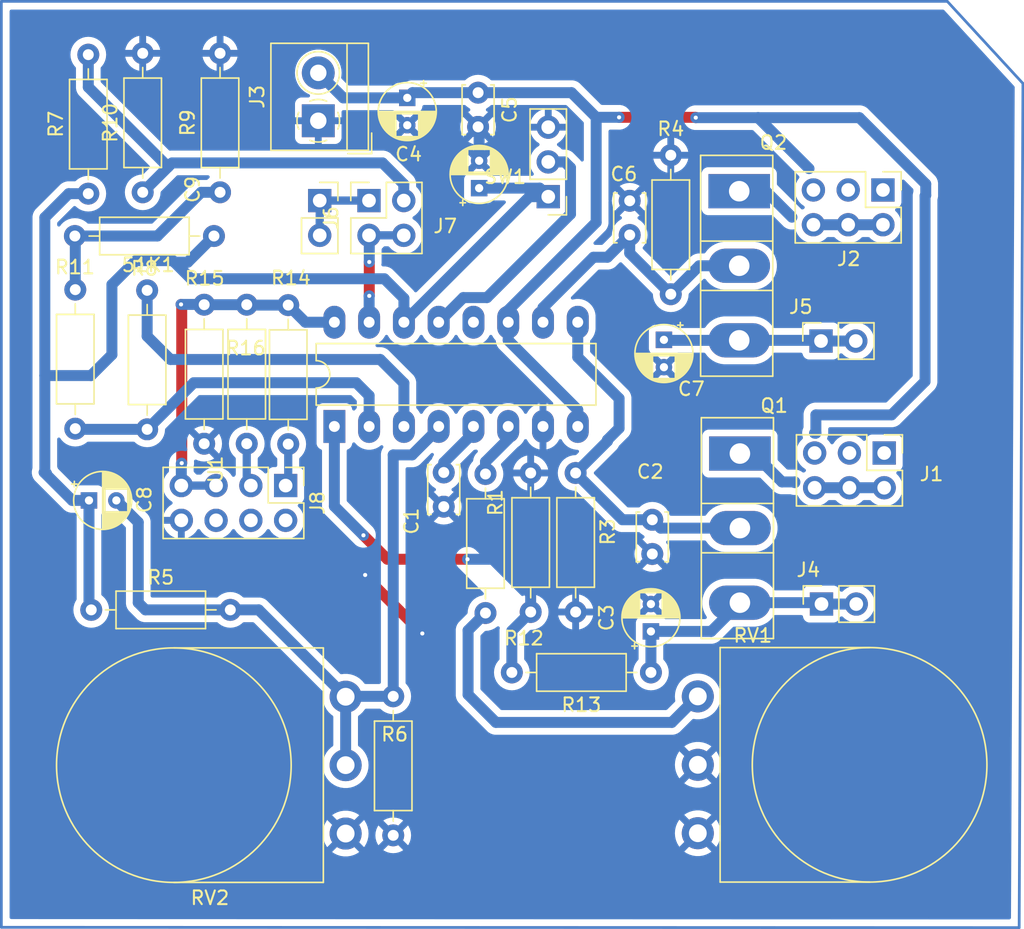
<source format=kicad_pcb>
(kicad_pcb (version 20240108) (generator "pcbnew") (generator_version "8.0")
  (layers (0 "F.Cu" signal) (31 "B.Cu" signal) (34 "B.Paste" user) (35 "F.Paste" user) (36 "B.SilkS" user "B.Silkscreen") (37 "F.SilkS" user "F.Silkscreen") (38 "B.Mask" user) (39 "F.Mask" user) (44 "Edge.Cuts" user))
  (net 0 "")
  (net 1 "1IN-")
  (net 2 "FB")
  (net 3 "CT")
  (net 4 "GNDREF")
  (net 5 "E1")
  (net 6 "OUTV1")
  (net 7 "VCC")
  (net 8 "E2")
  (net 9 "Net-(J5-Pin_1)")
  (net 10 "VREF")
  (net 11 "DTC")
  (net 12 "Net-(J6-Pin_1)")
  (net 13 "Net-(J6-Pin_3)")
  (net 14 "2IN-")
  (net 15 "Net-(J1-Pin_a1)")
  (net 16 "Net-(J2-Pin_a1)")
  (net 17 "Net-(R1-Pad2)")
  (net 18 "RT")
  (net 19 "Net-(R11-Pad2)")
  (net 20 "1IN+")
  (net 21 "Net-(J8-Pin_1)")
  (net 22 "2IN+")
  (net 23 "Net-(J8-Pin_3)")
  (net 24 "10VIN")
  (net 25 "xVIN")
  (net 26 "5VIN")
  (net 27 "CTRL")
  (footprint "Resistor_THT:R_Axial_DIN0207_L6.3mm_D2.5mm_P10.16mm_Horizontal" (layer "F.Cu") (at 136.63 51.825 180)
    (property "Reference" "R8" (at 5.08 -2.37 0) (layer "F.SilkS"))
    (property "Value" "5.1k")
    (pad "1" thru_hole circle (at 0 0 180) (size 1.6 1.6) (drill 0.8) (layers "*.Cu" "*.Mask") (net 10 "VREF"))
    (pad "2" thru_hole oval (at 10.16 0 180) (size 1.6 1.6) (drill 0.8) (layers "*.Cu" "*.Mask") (net 19 "Net-(R11-Pad2)"))
  )
  (footprint "Potentiometer_THT:Potentiometer_Omeg_PC16BU_Vertical" (layer "F.Cu") (at 146.25 85.5 180)
    (property "Reference" "RV2" (at 9.915 -14.7 0) (layer "F.SilkS"))
    (property "Value" "100k")
    (pad "1" thru_hole circle (at 0 0 180) (size 2.34 2.34) (drill 1.3) (layers "*.Cu" "*.Mask") (net 11 "DTC"))
    (pad "2" thru_hole circle (at 0 -5 180) (size 2.34 2.34) (drill 1.3) (layers "*.Cu" "*.Mask") (net 11 "DTC"))
    (pad "3" thru_hole circle (at 0 -10 180) (size 2.34 2.34) (drill 1.3) (layers "*.Cu" "*.Mask") (net 4 "GNDREF"))
  )
  (footprint "Resistor_THT:R_Axial_DIN0207_L6.3mm_D2.5mm_P10.16mm_Horizontal" (layer "F.Cu") (at 131.425 48.63 90)
    (property "Reference" "R10" (at 5.08 -2.37 90) (layer "F.SilkS"))
    (property "Value" "1k")
    (pad "1" thru_hole circle (at 0 0 90) (size 1.6 1.6) (drill 0.8) (layers "*.Cu" "*.Mask") (net 13 "Net-(J6-Pin_3)"))
    (pad "2" thru_hole oval (at 10.16 0 90) (size 1.6 1.6) (drill 0.8) (layers "*.Cu" "*.Mask") (net 4 "GNDREF"))
  )
  (footprint "Resistor_THT:R_Axial_DIN0207_L6.3mm_D2.5mm_P10.16mm_Horizontal" (layer "F.Cu") (at 127.45 48.73 90)
    (property "Reference" "R7" (at 5.08 -2.37 90) (layer "F.SilkS"))
    (property "Value" "4k")
    (pad "1" thru_hole circle (at 0 0 90) (size 1.6 1.6) (drill 0.8) (layers "*.Cu" "*.Mask") (net 10 "VREF"))
    (pad "2" thru_hole oval (at 10.16 0 90) (size 1.6 1.6) (drill 0.8) (layers "*.Cu" "*.Mask") (net 13 "Net-(J6-Pin_3)"))
  )
  (footprint "Resistor_THT:R_Axial_DIN0207_L6.3mm_D2.5mm_P10.16mm_Horizontal" (layer "F.Cu") (at 163.05 69.145 -90)
    (property "Reference" "R3" (at 4.305 -2.35 -90) (layer "F.SilkS"))
    (property "Value" "68")
    (pad "1" thru_hole circle (at 0 0 270) (size 1.6 1.6) (drill 0.8) (layers "*.Cu" "*.Mask") (net 5 "E1"))
    (pad "2" thru_hole oval (at 10.16 0 270) (size 1.6 1.6) (drill 0.8) (layers "*.Cu" "*.Mask") (net 4 "GNDREF"))
  )
  (footprint "Resistor_THT:R_Axial_DIN0207_L6.3mm_D2.5mm_P10.16mm_Horizontal" (layer "F.Cu") (at 131.75 65.955 90)
    (property "Reference" "51K1" (at 12.015 0.075 180) (layer "F.SilkS"))
    (property "Value" "510")
    (pad "1" thru_hole circle (at 0 0 90) (size 1.6 1.6) (drill 0.8) (layers "*.Cu" "*.Mask") (net 1 "1IN-"))
    (pad "2" thru_hole oval (at 10.16 0 90) (size 1.6 1.6) (drill 0.8) (layers "*.Cu" "*.Mask") (net 2 "FB"))
  )
  (footprint "Resistor_THT:R_Axial_DIN0207_L6.3mm_D2.5mm_P10.16mm_Horizontal" (layer "F.Cu") (at 142.055 56.875 -90)
    (property "Reference" "R14" (at -1.975 -0.195 180) (layer "F.SilkS"))
    (property "Value" "10k")
    (pad "1" thru_hole circle (at 0 0 270) (size 1.6 1.6) (drill 0.8) (layers "*.Cu" "*.Mask") (net 22 "2IN+"))
    (pad "2" thru_hole oval (at 10.16 0 270) (size 1.6 1.6) (drill 0.8) (layers "*.Cu" "*.Mask") (net 21 "Net-(J8-Pin_1)"))
  )
  (footprint "Capacitor_THT:CP_Radial_D4.0mm_P2.00mm" (layer "F.Cu") (at 127.5 71.15)
    (property "Reference" "C8" (at 4.0476 -0.05 90) (layer "F.SilkS"))
    (property "Value" "100uF")
    (pad "1" thru_hole rect (at 0 0) (size 1.2 1.2) (drill 0.6) (layers "*.Cu" "*.Mask") (net 10 "VREF"))
    (pad "2" thru_hole circle (at 2 0) (size 1.2 1.2) (drill 0.6) (layers "*.Cu" "*.Mask") (net 11 "DTC"))
  )
  (footprint "Capacitor_THT:C_Disc_D3.4mm_W2.1mm_P2.50mm" (layer "F.Cu") (at 168.65 75.065 90)
    (property "Reference" "C2" (at 6.015 -0.15 180) (layer "F.SilkS"))
    (property "Value" "15pF")
    (pad "1" thru_hole circle (at 0 0 90) (size 1.6 1.6) (drill 0.8) (layers "*.Cu" "*.Mask") (net 4 "GNDREF"))
    (pad "2" thru_hole circle (at 2.5 0 90) (size 1.6 1.6) (drill 0.8) (layers "*.Cu" "*.Mask") (net 5 "E1"))
  )
  (footprint "Resistor_THT:R_Axial_DIN0207_L6.3mm_D2.5mm_P10.16mm_Horizontal" (layer "F.Cu") (at 149.725 95.63 90)
    (property "Reference" "R6" (at 7.38 0.1 180) (layer "F.SilkS"))
    (property "Value" "1k")
    (pad "1" thru_hole circle (at 0 0 90) (size 1.6 1.6) (drill 0.8) (layers "*.Cu" "*.Mask") (net 4 "GNDREF"))
    (pad "2" thru_hole oval (at 10.16 0 90) (size 1.6 1.6) (drill 0.8) (layers "*.Cu" "*.Mask") (net 11 "DTC"))
  )
  (footprint "Capacitor_THT:CP_Radial_D4.0mm_P2.00mm" (layer "F.Cu") (at 150.75 41.727401 -90)
    (property "Reference" "C4" (at 4.122599 -0.1 180) (layer "F.SilkS"))
    (property "Value" "100uF")
    (pad "1" thru_hole rect (at 0 0 270) (size 1.2 1.2) (drill 0.6) (layers "*.Cu" "*.Mask") (net 7 "VCC"))
    (pad "2" thru_hole circle (at 2 0 270) (size 1.2 1.2) (drill 0.6) (layers "*.Cu" "*.Mask") (net 4 "GNDREF"))
  )
  (footprint "Capacitor_THT:CP_Radial_D4.0mm_P2.00mm" (layer "F.Cu") (at 168.55 80.725 90)
    (property "Reference" "C3" (at 1 -3.25 90) (layer "F.SilkS"))
    (property "Value" "10uF")
    (pad "1" thru_hole rect (at 0 0 90) (size 1.2 1.2) (drill 0.6) (layers "*.Cu" "*.Mask") (net 6 "OUTV1"))
    (pad "2" thru_hole circle (at 2 0 90) (size 1.2 1.2) (drill 0.6) (layers "*.Cu" "*.Mask") (net 4 "GNDREF"))
  )
  (footprint "Capacitor_THT:C_Disc_D3.4mm_W2.1mm_P2.50mm" (layer "F.Cu") (at 155.925 41.347599 -90)
    (property "Reference" "C5" (at 1.25 -2.3 90) (layer "F.SilkS"))
    (property "Value" "10nF")
    (pad "1" thru_hole circle (at 0 0 270) (size 1.6 1.6) (drill 0.8) (layers "*.Cu" "*.Mask") (net 7 "VCC"))
    (pad "2" thru_hole circle (at 2.5 0 270) (size 1.6 1.6) (drill 0.8) (layers "*.Cu" "*.Mask") (net 4 "GNDREF"))
  )
  (footprint "Resistor_THT:R_Axial_DIN0207_L6.3mm_D2.5mm_P10.16mm_Horizontal" (layer "F.Cu") (at 170 56.08 90)
    (property "Reference" "R4" (at 12.08 0 180) (layer "F.SilkS"))
    (property "Value" "68")
    (pad "1" thru_hole circle (at 0 0 90) (size 1.6 1.6) (drill 0.8) (layers "*.Cu" "*.Mask") (net 8 "E2"))
    (pad "2" thru_hole oval (at 10.16 0 90) (size 1.6 1.6) (drill 0.8) (layers "*.Cu" "*.Mask") (net 4 "GNDREF"))
  )
  (footprint "Connector_PinSocket_2.54mm:PinSocket_1x02_P2.54mm_Vertical" (layer "F.Cu") (at 144.355 49.235)
    (property "Reference" "J7" (at 9.17 1.865 0) (layer "F.SilkS"))
    (property "Value" "Vout1")
    (pad "1" thru_hole rect (at 0 0) (size 1.7 1.7) (drill 1) (layers "*.Cu" "*.Mask") (net 12 "Net-(J6-Pin_1)"))
    (pad "2" thru_hole oval (at 0 2.54) (size 1.7 1.7) (drill 1) (layers "*.Cu" "*.Mask") (net 12 "Net-(J6-Pin_1)"))
  )
  (footprint "Connector_PinHeader_2.54mm:PinHeader_2x03_P2.54mm_Vertical" (layer "F.Cu") (at 185.59 67.685 -90)
    (property "Reference" "J1" (at 1.54 -3.46 180) (layer "F.SilkS"))
    (property "Value" "Jumper E1")
    (pad "1" thru_hole rect (at 0 0 270) (size 1.7 1.7) (drill 1) (layers "*.Cu" "*.Mask"))
    (pad "2" thru_hole oval (at 2.54 0 270) (size 1.7 1.7) (drill 1) (layers "*.Cu" "*.Mask"))
    (pad "3" thru_hole oval (at 0 2.54 270) (size 1.7 1.7) (drill 1) (layers "*.Cu" "*.Mask"))
    (pad "4" thru_hole oval (at 2.54 2.54 270) (size 1.7 1.7) (drill 1) (layers "*.Cu" "*.Mask"))
    (pad "5" thru_hole oval (at 0 5.08 270) (size 1.7 1.7) (drill 1) (layers "*.Cu" "*.Mask"))
    (pad "6" thru_hole oval (at 2.54 5.08 270) (size 1.7 1.7) (drill 1) (layers "*.Cu" "*.Mask"))
  )
  (footprint "Resistor_THT:R_Axial_DIN0207_L6.3mm_D2.5mm_P10.16mm_Horizontal" (layer "F.Cu") (at 126.5 65.905 90)
    (property "Reference" "R11" (at 11.805 -0.025 180) (layer "F.SilkS"))
    (property "Value" "510")
    (pad "1" thru_hole circle (at 0 0 90) (size 1.6 1.6) (drill 0.8) (layers "*.Cu" "*.Mask") (net 1 "1IN-"))
    (pad "2" thru_hole oval (at 10.16 0 90) (size 1.6 1.6) (drill 0.8) (layers "*.Cu" "*.Mask") (net 19 "Net-(R11-Pad2)"))
  )
  (footprint "Resistor_THT:R_Axial_DIN0207_L6.3mm_D2.5mm_P10.16mm_Horizontal" (layer "F.Cu") (at 127.665 79.15)
    (property "Reference" "R5" (at 5.08 -2.37 0) (layer "F.SilkS"))
    (property "Value" "100k")
    (pad "1" thru_hole circle (at 0 0) (size 1.6 1.6) (drill 0.8) (layers "*.Cu" "*.Mask") (net 10 "VREF"))
    (pad "2" thru_hole oval (at 10.16 0) (size 1.6 1.6) (drill 0.8) (layers "*.Cu" "*.Mask") (net 11 "DTC"))
  )
  (footprint "Capacitor_THT:C_Disc_D3.4mm_W2.1mm_P2.50mm" (layer "F.Cu") (at 153.416 69.108 -90)
    (property "Reference" "C1" (at 3.56 2.36 90) (layer "F.SilkS"))
    (property "Value" "1uF")
    (pad "1" thru_hole circle (at 0 0 270) (size 1.6 1.6) (drill 0.8) (layers "*.Cu" "*.Mask") (net 3 "CT"))
    (pad "2" thru_hole circle (at 2.5 0 270) (size 1.6 1.6) (drill 0.8) (layers "*.Cu" "*.Mask") (net 4 "GNDREF"))
  )
  (footprint "Connector_PinSocket_2.54mm:PinSocket_1x02_P2.54mm_Vertical" (layer "F.Cu") (at 181.01 78.725 90)
    (property "Reference" "J4" (at 2.5 -0.96 180) (layer "F.SilkS"))
    (property "Value" "Vout1")
    (pad "1" thru_hole rect (at 0 0 90) (size 1.7 1.7) (drill 1) (layers "*.Cu" "*.Mask") (net 6 "OUTV1"))
    (pad "2" thru_hole oval (at 0 2.54 90) (size 1.7 1.7) (drill 1) (layers "*.Cu" "*.Mask") (net 6 "OUTV1"))
  )
  (footprint "Capacitor_THT:CP_Radial_D4.0mm_P2.00mm" (layer "F.Cu") (at 156 48.325 90)
    (property "Reference" "C9" (at -0.1 -20.93 90) (layer "F.SilkS"))
    (property "Value" "100uF")
    (pad "1" thru_hole rect (at 0 0 90) (size 1.2 1.2) (drill 0.6) (layers "*.Cu" "*.Mask") (net 10 "VREF"))
    (pad "2" thru_hole circle (at 2 0 90) (size 1.2 1.2) (drill 0.6) (layers "*.Cu" "*.Mask") (net 4 "GNDREF"))
  )
  (footprint "Capacitor_THT:CP_Radial_D4.0mm_P2.00mm" (layer "F.Cu") (at 169.5 59.4126 -90)
    (property "Reference" "C7" (at 3.5874 -2 0) (layer "F.SilkS"))
    (property "Value" "10uF")
    (pad "1" thru_hole rect (at 0 0 270) (size 1.2 1.2) (drill 0.6) (layers "*.Cu" "*.Mask") (net 9 "Net-(J5-Pin_1)"))
    (pad "2" thru_hole circle (at 2 0 270) (size 1.2 1.2) (drill 0.6) (layers "*.Cu" "*.Mask") (net 4 "GNDREF"))
  )
  (footprint "Connector_PinSocket_2.54mm:PinSocket_2x02_P2.54mm_Vertical" (layer "F.Cu") (at 147.955 49.235 90)
    (property "Reference" "J6" (at -1.27 -2.77 90) (layer "F.SilkS"))
    (property "Value" "Conn_02x02_Odd_Even" (hide yes))
    (pad "1" thru_hole rect (at 0 0 90) (size 1.7 1.7) (drill 1) (layers "*.Cu" "*.Mask") (net 12 "Net-(J6-Pin_1)"))
    (pad "2" thru_hole oval (at -2.54 0 90) (size 1.7 1.7) (drill 1) (layers "*.Cu" "*.Mask") (net 14 "2IN-"))
    (pad "3" thru_hole oval (at 0 2.54 90) (size 1.7 1.7) (drill 1) (layers "*.Cu" "*.Mask") (net 13 "Net-(J6-Pin_3)"))
    (pad "4" thru_hole oval (at -2.54 2.54 90) (size 1.7 1.7) (drill 1) (layers "*.Cu" "*.Mask") (net 14 "2IN-"))
  )
  (footprint "TerminalBlock_4Ucon:TerminalBlock_4Ucon_1x02_P3.50mm_Horizontal" (layer "F.Cu") (at 144.25 43.4 90)
    (property "Reference" "J3" (at 1.75 -4.46 90) (layer "F.SilkS"))
    (property "Value" "+-")
    (pad "1" thru_hole rect (at 0 0 90) (size 2.4 2.4) (drill 1.2) (layers "*.Cu" "*.Mask") (net 4 "GNDREF"))
    (pad "2" thru_hole circle (at 3.5 0 90) (size 2.4 2.4) (drill 1.2) (layers "*.Cu" "*.Mask") (net 7 "VCC"))
  )
  (footprint "Potentiometer_THT:Potentiometer_Omeg_PC16BU_Vertical" (layer "F.Cu") (at 171.975 95.475)
    (property "Reference" "RV1" (at 4.015 -14.45 0) (layer "F.SilkS"))
    (property "Value" "20k")
    (pad "1" thru_hole circle (at 0 0) (size 2.34 2.34) (drill 1.3) (layers "*.Cu" "*.Mask") (net 4 "GNDREF"))
    (pad "2" thru_hole circle (at 0 -5) (size 2.34 2.34) (drill 1.3) (layers "*.Cu" "*.Mask") (net 4 "GNDREF"))
    (pad "3" thru_hole circle (at 0 -10) (size 2.34 2.34) (drill 1.3) (layers "*.Cu" "*.Mask") (net 17 "Net-(R1-Pad2)"))
  )
  (footprint "Connector_PinHeader_2.54mm:PinHeader_1x03_P2.54mm_Vertical" (layer "F.Cu") (at 161.05 48.95 180)
    (property "Reference" "SW1" (at 3.15 1.45 0) (layer "F.SilkS"))
    (property "Value" "CTRL")
    (pad "1" thru_hole rect (at 0 0 180) (size 1.7 1.7) (drill 1) (layers "*.Cu" "*.Mask") (net 10 "VREF"))
    (pad "2" thru_hole oval (at 0 2.54 180) (size 1.7 1.7) (drill 1) (layers "*.Cu" "*.Mask") (net 27 "CTRL"))
    (pad "3" thru_hole oval (at 0 5.08 180) (size 1.7 1.7) (drill 1) (layers "*.Cu" "*.Mask") (net 4 "GNDREF"))
  )
  (footprint "Resistor_THT:R_Axial_DIN0207_L6.3mm_D2.5mm_P10.16mm_Horizontal" (layer "F.Cu") (at 139.025 67.005 90)
    (property "Reference" "R16" (at 6.98 -0.075 180) (layer "F.SilkS"))
    (property "Value" "30k")
    (pad "1" thru_hole circle (at 0 0 90) (size 1.6 1.6) (drill 0.8) (layers "*.Cu" "*.Mask") (net 23 "Net-(J8-Pin_3)"))
    (pad "2" thru_hole oval (at 10.16 0 90) (size 1.6 1.6) (drill 0.8) (layers "*.Cu" "*.Mask") (net 22 "2IN+"))
  )
  (footprint "Resistor_THT:R_Axial_DIN0207_L6.3mm_D2.5mm_P10.16mm_Horizontal" (layer "F.Cu") (at 168.55 83.725 180)
    (property "Reference" "R13" (at 5.08 -2.37 0) (layer "F.SilkS"))
    (property "Value" "50k")
    (pad "1" thru_hole circle (at 0 0 180) (size 1.6 1.6) (drill 0.8) (layers "*.Cu" "*.Mask") (net 6 "OUTV1"))
    (pad "2" thru_hole oval (at 10.16 0 180) (size 1.6 1.6) (drill 0.8) (layers "*.Cu" "*.Mask") (net 20 "1IN+"))
  )
  (footprint "Resistor_THT:R_Axial_DIN0207_L6.3mm_D2.5mm_P10.16mm_Horizontal" (layer "F.Cu") (at 156.464 69.22 -90)
    (property "Reference" "R1" (at 2.09 -0.73 90) (layer "F.SilkS"))
    (property "Value" "2k")
    (pad "1" thru_hole circle (at 0 0 270) (size 1.6 1.6) (drill 0.8) (layers "*.Cu" "*.Mask") (net 18 "RT"))
    (pad "2" thru_hole oval (at 10.16 0 270) (size 1.6 1.6) (drill 0.8) (layers "*.Cu" "*.Mask") (net 17 "Net-(R1-Pad2)"))
  )
  (footprint "Package_TO_SOT_THT:TO-247-3_Vertical" (layer "F.Cu") (at 175.05 67.725 -90)
    (property "Reference" "Q1" (at -3.5 -2.5 180) (layer "F.SilkS"))
    (property "Value" "NMOS")
    (pad "1" thru_hole rect (at 0 0 270) (size 2.5 4.5) (drill 1.5) (layers "*.Cu" "*.Mask") (net 15 "Net-(J1-Pin_a1)"))
    (pad "2" thru_hole oval (at 5.45 0 270) (size 2.5 4.5) (drill 1.5) (layers "*.Cu" "*.Mask") (net 5 "E1"))
    (pad "3" thru_hole oval (at 10.9 0 270) (size 2.5 4.5) (drill 1.5) (layers "*.Cu" "*.Mask") (net 6 "OUTV1"))
  )
  (footprint "Connector_PinHeader_2.54mm:PinHeader_2x04_P2.54mm_Vertical" (layer "F.Cu") (at 141.865 70.065 -90)
    (property "Reference" "J8" (at 1.27 -2.33 90) (layer "F.SilkS"))
    (property "Value" "Conn_02x04_Odd_Even" (hide yes))
    (pad "1" thru_hole rect (at 0 0 270) (size 1.7 1.7) (drill 1) (layers "*.Cu" "*.Mask") (net 21 "Net-(J8-Pin_1)"))
    (pad "2" thru_hole oval (at 2.54 0 270) (size 1.7 1.7) (drill 1) (layers "*.Cu" "*.Mask") (net 26 "5VIN"))
    (pad "3" thru_hole oval (at 0 2.54 270) (size 1.7 1.7) (drill 1) (layers "*.Cu" "*.Mask") (net 23 "Net-(J8-Pin_3)"))
    (pad "4" thru_hole oval (at 2.54 2.54 270) (size 1.7 1.7) (drill 1) (layers "*.Cu" "*.Mask") (net 24 "10VIN"))
    (pad "5" thru_hole oval (at 0 5.08 270) (size 1.7 1.7) (drill 1) (layers "*.Cu" "*.Mask") (net 22 "2IN+"))
    (pad "6" thru_hole oval (at 2.54 5.08 270) (size 1.7 1.7) (drill 1) (layers "*.Cu" "*.Mask") (net 25 "xVIN"))
    (pad "7" thru_hole oval (at 0 7.62 270) (size 1.7 1.7) (drill 1) (layers "*.Cu" "*.Mask") (net 22 "2IN+"))
    (pad "8" thru_hole oval (at 2.54 7.62 270) (size 1.7 1.7) (drill 1) (layers "*.Cu" "*.Mask") (net 4 "GNDREF"))
  )
  (footprint "Package_TO_SOT_THT:TO-247-3_Vertical" (layer "F.Cu") (at 175 48.55 -90)
    (property "Reference" "Q2" (at -3.55 -2.5 180) (layer "F.SilkS"))
    (property "Value" "NMOS")
    (pad "1" thru_hole rect (at 0 0 270) (size 2.5 4.5) (drill 1.5) (layers "*.Cu" "*.Mask") (net 16 "Net-(J2-Pin_a1)"))
    (pad "2" thru_hole oval (at 5.45 0 270) (size 2.5 4.5) (drill 1.5) (layers "*.Cu" "*.Mask") (net 8 "E2"))
    (pad "3" thru_hole oval (at 10.9 0 270) (size 2.5 4.5) (drill 1.5) (layers "*.Cu" "*.Mask") (net 9 "Net-(J5-Pin_1)"))
  )
  (footprint "Package_DIP:DIP-16_W7.62mm_LongPads" (layer "F.Cu") (at 145.425 65.745 90)
    (property "Reference" "U1" (at -3.14 -8.68 90) (layer "F.SilkS"))
    (property "Value" "TL494")
    (pad "1" thru_hole rect (at 0 0 90) (size 2.4 1.6) (drill 0.8) (layers "*.Cu" "*.Mask") (net 20 "1IN+"))
    (pad "2" thru_hole oval (at 0 2.54 90) (size 2.4 1.6) (drill 0.8) (layers "*.Cu" "*.Mask") (net 1 "1IN-"))
    (pad "3" thru_hole oval (at 0 5.08 90) (size 2.4 1.6) (drill 0.8) (layers "*.Cu" "*.Mask") (net 2 "FB"))
    (pad "4" thru_hole oval (at 0 7.62 90) (size 2.4 1.6) (drill 0.8) (layers "*.Cu" "*.Mask") (net 11 "DTC"))
    (pad "5" thru_hole oval (at 0 10.16 90) (size 2.4 1.6) (drill 0.8) (layers "*.Cu" "*.Mask") (net 3 "CT"))
    (pad "6" thru_hole oval (at 0 12.7 90) (size 2.4 1.6) (drill 0.8) (layers "*.Cu" "*.Mask") (net 18 "RT"))
    (pad "7" thru_hole oval (at 0 15.24 90) (size 2.4 1.6) (drill 0.8) (layers "*.Cu" "*.Mask") (net 4 "GNDREF"))
    (pad "8" thru_hole oval (at 0 17.78 90) (size 2.4 1.6) (drill 0.8) (layers "*.Cu" "*.Mask") (net 7 "VCC"))
    (pad "9" thru_hole oval (at 7.62 17.78 90) (size 2.4 1.6) (drill 0.8) (layers "*.Cu" "*.Mask") (net 5 "E1"))
    (pad "10" thru_hole oval (at 7.62 15.24 90) (size 2.4 1.6) (drill 0.8) (layers "*.Cu" "*.Mask") (net 8 "E2"))
    (pad "11" thru_hole oval (at 7.62 12.7 90) (size 2.4 1.6) (drill 0.8) (layers "*.Cu" "*.Mask") (net 7 "VCC"))
    (pad "12" thru_hole oval (at 7.62 10.16 90) (size 2.4 1.6) (drill 0.8) (layers "*.Cu" "*.Mask") (net 7 "VCC"))
    (pad "13" thru_hole oval (at 7.62 7.62 90) (size 2.4 1.6) (drill 0.8) (layers "*.Cu" "*.Mask") (net 27 "CTRL"))
    (pad "14" thru_hole oval (at 7.62 5.08 90) (size 2.4 1.6) (drill 0.8) (layers "*.Cu" "*.Mask") (net 10 "VREF"))
    (pad "15" thru_hole oval (at 7.62 2.54 90) (size 2.4 1.6) (drill 0.8) (layers "*.Cu" "*.Mask") (net 14 "2IN-"))
    (pad "16" thru_hole oval (at 7.62 0 90) (size 2.4 1.6) (drill 0.8) (layers "*.Cu" "*.Mask") (net 22 "2IN+"))
  )
  (footprint "Resistor_THT:R_Axial_DIN0207_L6.3mm_D2.5mm_P10.16mm_Horizontal" (layer "F.Cu") (at 137.075 48.63 90)
    (property "Reference" "R9" (at 5.08 -2.37 90) (layer "F.SilkS"))
    (property "Value" "5.1k")
    (pad "1" thru_hole circle (at 0 0 90) (size 1.6 1.6) (drill 0.8) (layers "*.Cu" "*.Mask") (net 19 "Net-(R11-Pad2)"))
    (pad "2" thru_hole oval (at 10.16 0 90) (size 1.6 1.6) (drill 0.8) (layers "*.Cu" "*.Mask") (net 4 "GNDREF"))
  )
  (footprint "Resistor_THT:R_Axial_DIN0207_L6.3mm_D2.5mm_P10.16mm_Horizontal" (layer "F.Cu") (at 159.766 79.305 90)
    (property "Reference" "R12" (at -1.92 -0.5 0) (layer "F.SilkS"))
    (property "Value" "10k")
    (pad "1" thru_hole circle (at 0 0 90) (size 1.6 1.6) (drill 0.8) (layers "*.Cu" "*.Mask") (net 20 "1IN+"))
    (pad "2" thru_hole oval (at 10.16 0 90) (size 1.6 1.6) (drill 0.8) (layers "*.Cu" "*.Mask") (net 4 "GNDREF"))
  )
  (footprint "Connector_PinSocket_2.54mm:PinSocket_1x02_P2.54mm_Vertical" (layer "F.Cu") (at 180.975 59.5 90)
    (property "Reference" "J5" (at 2.5 -1.475 180) (layer "F.SilkS"))
    (property "Value" "Vout1")
    (pad "1" thru_hole rect (at 0 0 90) (size 1.7 1.7) (drill 1) (layers "*.Cu" "*.Mask") (net 9 "Net-(J5-Pin_1)"))
    (pad "2" thru_hole oval (at 0 2.54 90) (size 1.7 1.7) (drill 1) (layers "*.Cu" "*.Mask") (net 9 "Net-(J5-Pin_1)"))
  )
  (footprint "Resistor_THT:R_Axial_DIN0207_L6.3mm_D2.5mm_P10.16mm_Horizontal" (layer "F.Cu") (at 135.915 67.005 90)
    (property "Reference" "R15" (at 12.08 0.035 180) (layer "F.SilkS"))
    (property "Value" "10k")
    (pad "1" thru_hole circle (at 0 0 90) (size 1.6 1.6) (drill 0.8) (layers "*.Cu" "*.Mask") (net 4 "GNDREF"))
    (pad "2" thru_hole oval (at 10.16 0 90) (size 1.6 1.6) (drill 0.8) (layers "*.Cu" "*.Mask") (net 22 "2IN+"))
  )
  (footprint "Connector_PinHeader_2.54mm:PinHeader_2x03_P2.54mm_Vertical" (layer "F.Cu") (at 185.5 48.46 -90)
    (property "Reference" "J2" (at 5.04 2.5 180) (layer "F.SilkS"))
    (property "Value" "Jumper E1")
    (pad "1" thru_hole rect (at 0 0 270) (size 1.7 1.7) (drill 1) (layers "*.Cu" "*.Mask"))
    (pad "2" thru_hole oval (at 2.54 0 270) (size 1.7 1.7) (drill 1) (layers "*.Cu" "*.Mask"))
    (pad "3" thru_hole oval (at 0 2.54 270) (size 1.7 1.7) (drill 1) (layers "*.Cu" "*.Mask"))
    (pad "4" thru_hole oval (at 2.54 2.54 270) (size 1.7 1.7) (drill 1) (layers "*.Cu" "*.Mask"))
    (pad "5" thru_hole oval (at 0 5.08 270) (size 1.7 1.7) (drill 1) (layers "*.Cu" "*.Mask"))
    (pad "6" thru_hole oval (at 2.54 5.08 270) (size 1.7 1.7) (drill 1) (layers "*.Cu" "*.Mask"))
  )
  (footprint "Capacitor_THT:C_Disc_D3.4mm_W2.1mm_P2.50mm" (layer "F.Cu") (at 167 49.25 -90)
    (property "Reference" "C6" (at -1.95 0.425 180) (layer "F.SilkS"))
    (property "Value" "15pF")
    (pad "1" thru_hole circle (at 0 0 270) (size 1.6 1.6) (drill 0.8) (layers "*.Cu" "*.Mask") (net 4 "GNDREF"))
    (pad "2" thru_hole circle (at 2.5 0 270) (size 1.6 1.6) (drill 0.8) (layers "*.Cu" "*.Mask") (net 8 "E2"))
  )
  (gr_line (start 195.725 40.675) (end 195.45 102.375) (stroke (width 0.2)) (layer "B.Cu"))
  (gr_line (start 195.725 40.675) (end 190.2 34.675) (stroke (width 0.2)) (layer "B.Cu"))
  (gr_line (start 121.1 34.675) (end 190.2 34.675) (stroke (width 0.2)) (layer "B.Cu"))
  (gr_line (start 195.45 102.375) (end 121.1 102.35) (stroke (width 0.2)) (layer "B.Cu"))
  (gr_line (start 121.1 102.35) (end 121.1 34.675) (stroke (width 0.2)) (layer "B.Cu"))
  (segment (start 183.05 70.225) (end 185.59 70.225) (width 0.8) (layer "B.Cu") (net 0))
  (segment (start 182.96 51) (end 180.42 51) (width 0.8) (layer "B.Cu") (net 0))
  (segment (start 180.51 70.225) (end 183.05 70.225) (width 0.8) (layer "B.Cu") (net 0))
  (segment (start 185.59 67.685) (end 185.965 67.685) (width 0.8) (layer "B.Cu") (net 0))
  (segment (start 185.5 51) (end 182.96 51) (width 0.8) (layer "B.Cu") (net 0))
  (segment (start 135.155 62.55) (end 131.75 65.955) (width 0.8) (layer "B.Cu") (net 1))
  (segment (start 131.75 65.955) (end 126.55 65.955) (width 0.8) (layer "B.Cu") (net 1))
  (segment (start 147.965 65.745) (end 147.965 63.49) (width 0.8) (layer "B.Cu") (net 1))
  (segment (start 147.025 62.55) (end 135.155 62.55) (width 0.8) (layer "B.Cu") (net 1))
  (segment (start 126.55 65.955) (end 126.5 65.905) (width 0.8) (layer "B.Cu") (net 1))
  (segment (start 147.965 63.49) (end 147.025 62.55) (width 0.8) (layer "B.Cu") (net 1))
  (segment (start 148.775 60.85) (end 133.45 60.85) (width 0.8) (layer "B.Cu") (net 2))
  (segment (start 133.45 60.85) (end 131.75 59.15) (width 0.8) (layer "B.Cu") (net 2))
  (segment (start 150.505 65.745) (end 150.505 62.58) (width 0.8) (layer "B.Cu") (net 2))
  (segment (start 131.75 59.15) (end 131.75 55.795) (width 0.8) (layer "B.Cu") (net 2))
  (segment (start 150.505 62.58) (end 148.775 60.85) (width 0.8) (layer "B.Cu") (net 2))
  (segment (start 155.585 65.745) (end 155.585 66.215) (width 0.8) (layer "B.Cu") (net 3))
  (segment (start 155.585 66.215) (end 153.416 68.384) (width 0.8) (layer "B.Cu") (net 3))
  (segment (start 153.416 68.384) (end 153.416 69.108) (width 0.8) (layer "B.Cu") (net 3))
  (segment (start 147.675 76.6) (end 147.675 76.7) (width 0.8) (layer "F.Cu") (net 4))
  (segment (start 147.675 76.7) (end 151.85 80.875) (width 0.8) (layer "F.Cu") (net 4))
  (via (at 147.675 76.6) (size 0.6) (drill 0.3) (layers "F.Cu" "B.Cu") (net 4))
  (via (at 151.85 80.875) (size 0.6) (drill 0.3) (layers "F.Cu" "B.Cu") (net 4))
  (segment (start 137.15 38.545) (end 137.075 38.47) (width 0.6) (layer "B.Cu") (net 4))
  (segment (start 167 49.25) (end 167 48.92) (width 0.8) (layer "B.Cu") (net 4))
  (segment (start 149.595 95.5) (end 149.725 95.63) (width 0.8) (layer "B.Cu") (net 4))
  (segment (start 168.65 78.625) (end 168.55 78.725) (width 0.8) (layer "B.Cu") (net 4))
  (segment (start 150.870198 43.847599) (end 150.75 43.727401) (width 0.8) (layer "B.Cu") (net 4))
  (segment (start 171.7 95.475) (end 171.675 95.45) (width 0.8) (layer "B.Cu") (net 4))
  (segment (start 168.55 75.165) (end 168.65 75.065) (width 0.8) (layer "B.Cu") (net 4))
  (segment (start 171.975 95.475) (end 171.7 95.475) (width 0.8) (layer "B.Cu") (net 4))
  (segment (start 160.85 65.93) (end 160.665 65.745) (width 0.8) (layer "B.Cu") (net 4))
  (segment (start 155.947401 43.87) (end 155.925 43.847599) (width 0.8) (layer "B.Cu") (net 4))
  (segment (start 156 46.325) (end 156 43.922599) (width 0.8) (layer "B.Cu") (net 4))
  (segment (start 144.577401 43.727401) (end 144.25 43.4) (width 0.8) (layer "B.Cu") (net 4))
  (segment (start 156 43.922599) (end 155.925 43.847599) (width 0.8) (layer "B.Cu") (net 4))
  (segment (start 168.65 72.565) (end 166.47 72.565) (width 0.8) (layer "B.Cu") (net 5))
  (segment (start 165.375 66.725) (end 165.375 66.82) (width 0.8) (layer "B.Cu") (net 5))
  (segment (start 169.26 73.175) (end 168.65 72.565) (width 0.8) (layer "B.Cu") (net 5))
  (segment (start 165.375 66.82) (end 163.05 69.145) (width 0.8) (layer "B.Cu") (net 5))
  (segment (start 166.47 72.565) (end 163.05 69.145) (width 0.8) (layer "B.Cu") (net 5))
  (segment (start 163.205 58.125) (end 163.205 60.68) (width 0.8) (layer "B.Cu") (net 5))
  (segment (start 166.225 65.875) (end 165.375 66.725) (width 0.8) (layer "B.Cu") (net 5))
  (segment (start 166.225 63.7) (end 166.225 65.875) (width 0.8) (layer "B.Cu") (net 5))
  (segment (start 163.205 60.68) (end 166.225 63.7) (width 0.8) (layer "B.Cu") (net 5))
  (segment (start 175.05 73.175) (end 169.26 73.175) (width 0.8) (layer "B.Cu") (net 5))
  (segment (start 175.13 78.705) (end 175.05 78.625) (width 0.8) (layer "B.Cu") (net 6))
  (segment (start 180.91 78.625) (end 181.01 78.725) (width 0.8) (layer "B.Cu") (net 6))
  (segment (start 168.55 80.725) (end 172.95 80.725) (width 0.8) (layer "B.Cu") (net 6))
  (segment (start 175.05 78.625) (end 180.91 78.625) (width 0.8) (layer "B.Cu") (net 6))
  (segment (start 172.95 80.725) (end 175.05 78.625) (width 0.8) (layer "B.Cu") (net 6))
  (segment (start 181.01 78.725) (end 183.55 78.725) (width 0.8) (layer "B.Cu") (net 6))
  (segment (start 168.55 83.725) (end 168.55 80.725) (width 0.8) (layer "B.Cu") (net 6))
  (segment (start 171.8 43.15) (end 171.825 43.175) (width 0.8) (layer "F.Cu") (net 7))
  (segment (start 166.225 43.15) (end 171.8 43.15) (width 0.8) (layer "F.Cu") (net 7))
  (via (at 166.225 43.15) (size 0.6) (drill 0.3) (layers "F.Cu" "B.Cu") (net 7))
  (via (at 171.825 43.175) (size 0.6) (drill 0.3) (layers "F.Cu" "B.Cu") (net 7))
  (segment (start 164.55 50.825) (end 164.55 43.147599) (width 0.8) (layer "B.Cu") (net 7))
  (segment (start 188.625 48.85) (end 188.575 48.9) (width 0.8) (layer "B.Cu") (net 7))
  (segment (start 180.6 64.9) (end 180.6 66.225) (width 0.8) (layer "B.Cu") (net 7))
  (segment (start 158.125 58.125) (end 158.125 57.25) (width 0.8) (layer "B.Cu") (net 7))
  (segment (start 163.205 64.53) (end 158.125 59.45) (width 0.8) (layer "B.Cu") (net 7))
  (segment (start 162.75 41.347599) (end 155.925 41.347599) (width 0.8) (layer "B.Cu") (net 7))
  (segment (start 186.125 64.9) (end 180.6 64.9) (width 0.8) (layer "B.Cu") (net 7))
  (segment (start 158.125 57.25) (end 164.55 50.825) (width 0.8) (layer "B.Cu") (net 7))
  (segment (start 188.575 62.45) (end 186.125 64.9) (width 0.8) (layer "B.Cu") (net 7))
  (segment (start 155.925 41.347599) (end 151.129802 41.347599) (width 0.8) (layer "B.Cu") (net 7))
  (segment (start 166.222599 43.147599) (end 166.225 43.15) (width 0.8) (layer "B.Cu") (net 7))
  (segment (start 150.75 41.727401) (end 146.077401 41.727401) (width 0.8) (layer "B.Cu") (net 7))
  (segment (start 171.825 43.175) (end 176.375 43.175) (width 0.8) (layer "B.Cu") (net 7))
  (segment (start 183.775 43.175) (end 188.625 48.025) (width 0.8) (layer "B.Cu") (net 7))
  (segment (start 151.129802 41.347599) (end 150.75 41.727401) (width 0.8) (layer "B.Cu") (net 7))
  (segment (start 164.55 43.147599) (end 166.222599 43.147599) (width 0.8) (layer "B.Cu") (net 7))
  (segment (start 180.59 66.235) (end 180.5 66.235) (width 0.8) (layer "B.Cu") (net 7))
  (segment (start 163.205 65.745) (end 163.205 64.53) (width 0.8) (layer "B.Cu") (net 7))
  (segment (start 176.375 43.175) (end 183.775 43.175) (width 0.8) (layer "B.Cu") (net 7))
  (segment (start 146.077401 41.727401) (end 144.25 39.9) (width 0.8) (layer "B.Cu") (net 7))
  (segment (start 188.575 48.9) (end 188.575 62.45) (width 0.8) (layer "B.Cu") (net 7))
  (segment (start 180.6 66.225) (end 180.59 66.235) (width 0.8) (layer "B.Cu") (net 7))
  (segment (start 164.55 43.147599) (end 162.75 41.347599) (width 0.8) (layer "B.Cu") (net 7))
  (segment (start 158.125 59.45) (end 158.125 58.125) (width 0.8) (layer "B.Cu") (net 7))
  (segment (start 188.625 48.025) (end 188.625 48.85) (width 0.8) (layer "B.Cu") (net 7))
  (segment (start 176.375 43.175) (end 180.1 46.9) (width 0.8) (layer "B.Cu") (net 7))
  (segment (start 160.665 58.125) (end 160.665 57.06) (width 0.8) (layer "B.Cu") (net 8))
  (segment (start 165.375 53.375) (end 167 51.75) (width 0.8) (layer "B.Cu") (net 8))
  (segment (start 167 53.08) (end 170 56.08) (width 0.8) (layer "B.Cu") (net 8))
  (segment (start 167 51.75) (end 167 53.08) (width 0.8) (layer "B.Cu") (net 8))
  (segment (start 175 54) (end 172.08 54) (width 0.8) (layer "B.Cu") (net 8))
  (segment (start 160.665 57.06) (end 164.35 53.375) (width 0.8) (layer "B.Cu") (net 8))
  (segment (start 172.08 54) (end 170 56.08) (width 0.8) (layer "B.Cu") (net 8))
  (segment (start 164.35 53.375) (end 165.375 53.375) (width 0.8) (layer "B.Cu") (net 8))
  (segment (start 174.9626 59.4126) (end 175 59.45) (width 0.6) (layer "B.Cu") (net 9))
  (segment (start 175 59.45) (end 180.925 59.45) (width 0.8) (layer "B.Cu") (net 9))
  (segment (start 175 59.45) (end 176.58 59.45) (width 0.2) (layer "B.Cu") (net 9))
  (segment (start 169.5374 59.45) (end 169.5 59.4126) (width 0.8) (layer "B.Cu") (net 9))
  (segment (start 180.975 59.5) (end 183.515 59.5) (width 0.8) (layer "B.Cu") (net 9))
  (segment (start 175 59.45) (end 169.5374 59.45) (width 0.8) (layer "B.Cu") (net 9))
  (segment (start 180.925 59.45) (end 180.975 59.5) (width 0.8) (layer "B.Cu") (net 9))
  (segment (start 127.5 71.15) (end 127.5 78.985) (width 0.8) (layer "B.Cu") (net 10))
  (segment (start 134.95 54.95) (end 133.7375 53.7375) (width 0.8) (layer "B.Cu") (net 10))
  (segment (start 134.7175 53.7375) (end 133.7375 53.7375) (width 0.8) (layer "B.Cu") (net 10))
  (segment (start 150.505 56.38) (end 149.075 54.95) (width 0.8) (layer "B.Cu") (net 10))
  (segment (start 150.505 58.125) (end 150.505 56.38) (width 0.8) (layer "B.Cu") (net 10))
  (segment (start 127.45 48.73) (end 126.02 48.73) (width 0.8) (layer "B.Cu") (net 10))
  (segment (start 156 48.325) (end 160.425 48.325) (width 0.8) (layer "B.Cu") (net 10))
  (segment (start 127.65 62.025) (end 124.275 62.025) (width 0.8) (layer "B.Cu") (net 10))
  (segment (start 129.175 60.5) (end 127.65 62.025) (width 0.8) (layer "B.Cu") (net 10))
  (segment (start 127.5 78.985) (end 127.665 79.15) (width 0.8) (layer "B.Cu") (net 10))
  (segment (start 149.075 54.95) (end 134.95 54.95) (width 0.8) (layer "B.Cu") (net 10))
  (segment (start 160.425 48.325) (end 161.05 48.95) (width 0.8) (layer "B.Cu") (net 10))
  (segment (start 124.275 62.025) (end 124.275 69.05) (width 0.8) (layer "B.Cu") (net 10))
  (segment (start 126.275 71.15) (end 124.225 69.1) (width 0.8) (layer "B.Cu") (net 10))
  (segment (start 130.925 53.625) (end 129.175 55.375) (width 0.8) (layer "B.Cu") (net 10))
  (segment (start 126.02 48.73) (end 124.275 50.475) (width 0.8) (layer "B.Cu") (net 10))
  (segment (start 161.05 48.95) (end 159.68 48.95) (width 0.8) (layer "B.Cu") (net 10))
  (segment (start 124.225 69.1) (end 124.275 69.05) (width 0.8) (layer "B.Cu") (net 10))
  (segment (start 133.7375 53.7375) (end 133.625 53.625) (width 0.8) (layer "B.Cu") (net 10))
  (segment (start 124.4 69.175) (end 124.275 69.05) (width 0.8) (layer "B.Cu") (net 10))
  (segment (start 159.68 48.95) (end 150.505 58.125) (width 0.8) (layer "B.Cu") (net 10))
  (segment (start 124.275 50.475) (end 124.275 62.025) (width 0.8) (layer "B.Cu") (net 10))
  (segment (start 133.625 53.625) (end 130.925 53.625) (width 0.8) (layer "B.Cu") (net 10))
  (segment (start 127.5 71.15) (end 126.275 71.15) (width 0.8) (layer "B.Cu") (net 10))
  (segment (start 129.175 55.375) (end 129.175 60.5) (width 0.8) (layer "B.Cu") (net 10))
  (segment (start 136.63 51.825) (end 134.7175 53.7375) (width 0.8) (layer "B.Cu") (net 10))
  (segment (start 149.725 85.47) (end 146.28 85.47) (width 0.8) (layer "B.Cu") (net 11))
  (segment (start 139.9 79.15) (end 146.25 85.5) (width 0.8) (layer "B.Cu") (net 11))
  (segment (start 146.28 85.47) (end 146.25 85.5) (width 0.8) (layer "B.Cu") (net 11))
  (segment (start 149.725 85.47) (end 149.725 67.825) (width 0.8) (layer "B.Cu") (net 11))
  (segment (start 131.1 78.625) (end 131.625 79.15) (width 0.8) (layer "B.Cu") (net 11))
  (segment (start 151.1 67.825) (end 149.725 67.825) (width 0.8) (layer "B.Cu") (net 11))
  (segment (start 131.1 72.75) (end 131.1 78.625) (width 0.8) (layer "B.Cu") (net 11))
  (segment (start 146.25 90.5) (end 146.25 85.5) (width 0.8) (layer "B.Cu") (net 11))
  (segment (start 137.825 79.15) (end 139.9 79.15) (width 0.8) (layer "B.Cu") (net 11))
  (segment (start 129.5 71.15) (end 131.1 72.75) (width 0.8) (layer "B.Cu") (net 11))
  (segment (start 153.045 65.745) (end 153.045 65.88) (width 0.8) (layer "B.Cu") (net 11))
  (segment (start 153.045 65.88) (end 151.1 67.825) (width 0.8) (layer "B.Cu") (net 11))
  (segment (start 131.625 79.15) (end 137.825 79.15) (width 0.8) (layer "B.Cu") (net 11))
  (segment (start 144.355 49.235) (end 144.355 51.775) (width 0.6) (layer "B.Cu") (net 12))
  (segment (start 147.955 49.235) (end 144.355 49.235) (width 0.6) (layer "B.Cu") (net 12))
  (segment (start 133.28 46.775) (end 131.425 48.63) (width 0.8) (layer "B.Cu") (net 13))
  (segment (start 150.495 49.235) (end 150.495 48.032919) (width 0.8) (layer "B.Cu") (net 13))
  (segment (start 133.573 46.482) (end 133.28 46.775) (width 0.8) (layer "B.Cu") (net 13))
  (segment (start 148.944081 46.482) (end 133.573 46.482) (width 0.8) (layer "B.Cu") (net 13))
  (segment (start 127.45 40.945) (end 133.28 46.775) (width 0.8) (layer "B.Cu") (net 13))
  (segment (start 127.45 38.57) (end 127.45 40.945) (width 0.8) (layer "B.Cu") (net 13))
  (segment (start 150.495 48.032919) (end 148.944081 46.482) (width 0.8) (layer "B.Cu") (net 13))
  (segment (start 147.975 56.2) (end 147.975 53.725) (width 0.8) (layer "F.Cu") (net 14))
  (via (at 147.975 56.2) (size 0.6) (drill 0.3) (layers "F.Cu" "B.Cu") (net 14))
  (via (at 147.975 53.725) (size 0.6) (drill 0.3) (layers "F.Cu" "B.Cu") (net 14))
  (segment (start 147.975 51.795) (end 147.955 51.775) (width 0.8) (layer "B.Cu") (net 14))
  (segment (start 150.495 51.775) (end 147.955 51.775) (width 0.6) (layer "B.Cu") (net 14))
  (segment (start 147.975 53.725) (end 147.975 51.795) (width 0.8) (layer "B.Cu") (net 14))
  (segment (start 147.965 56.21) (end 147.975 56.2) (width 0.8) (layer "B.Cu") (net 14))
  (segment (start 147.965 58.125) (end 147.965 56.21) (width 0.8) (layer "B.Cu") (net 14))
  (segment (start 179.06 69.8) (end 179.06 69.85) (width 0.8) (layer "B.Cu") (net 15))
  (segment (start 175.05 67.725) (end 176.05 67.725) (width 0.8) (layer "B.Cu") (net 15))
  (segment (start 176.05 67.725) (end 178.125 69.8) (width 0.8) (layer "B.Cu") (net 15))
  (segment (start 178.125 69.8) (end 179.06 69.8) (width 0.8) (layer "B.Cu") (net 15))
  (segment (start 175 48.55) (end 176.95 48.55) (width 0.8) (layer "B.Cu") (net 16))
  (segment (start 176.95 48.55) (end 178.85 50.45) (width 0.8) (layer "B.Cu") (net 16))
  (segment (start 170.075 87.375) (end 157.225 87.375) (width 0.8) (layer "B.Cu") (net 17))
  (segment (start 157.225 87.375) (end 155.194 85.344) (width 0.8) (layer "B.Cu") (net 17))
  (segment (start 155.194 80.65) (end 156.464 79.38) (width 0.8) (layer "B.Cu") (net 17))
  (segment (start 155.194 85.344) (end 155.194 80.65) (width 0.8) (layer "B.Cu") (net 17))
  (segment (start 171.975 85.475) (end 170.075 87.375) (width 0.8) (layer "B.Cu") (net 17))
  (segment (start 158.125 66.665) (end 156.464 68.326) (width 0.8) (layer "B.Cu") (net 18))
  (segment (start 158.125 65.745) (end 158.125 66.665) (width 0.8) (layer "B.Cu") (net 18))
  (segment (start 156.464 68.326) (end 156.464 69.22) (width 0.8) (layer "B.Cu") (net 18))
  (segment (start 132.5 51.825) (end 126.47 51.825) (width 0.8) (layer "B.Cu") (net 19))
  (segment (start 135.695 48.63) (end 132.5 51.825) (width 0.8) (layer "B.Cu") (net 19))
  (segment (start 126.5 55.745) (end 126.5 51.855) (width 0.8) (layer "B.Cu") (net 19))
  (segment (start 126.5 51.855) (end 126.47 51.825) (width 0.8) (layer "B.Cu") (net 19))
  (segment (start 137.075 48.63) (end 135.695 48.63) (width 0.8) (layer "B.Cu") (net 19))
  (segment (start 155.15 75.45) (end 149.3 75.45) (width 0.8) (layer "F.Cu") (net 20))
  (segment (start 149.3 75.45) (end 147.55 73.7) (width 0.8) (layer "F.Cu") (net 20))
  (via (at 147.55 73.7) (size 0.6) (drill 0.3) (layers "F.Cu" "B.Cu") (net 20))
  (via (at 155.15 75.45) (size 0.6) (drill 0.3) (layers "F.Cu" "B.Cu") (net 20))
  (segment (start 145.425 71.575) (end 145.425 65.745) (width 0.8) (layer "B.Cu") (net 20))
  (segment (start 159.766 77.978) (end 157.238 75.45) (width 0.8) (layer "B.Cu") (net 20))
  (segment (start 157.238 75.45) (end 155.15 75.45) (width 0.8) (layer "B.Cu") (net 20))
  (segment (start 158.39 80.681) (end 159.766 79.305) (width 0.8) (layer "B.Cu") (net 20))
  (segment (start 147.55 73.7) (end 145.425 71.575) (width 0.8) (layer "B.Cu") (net 20))
  (segment (start 158.39 83.725) (end 158.39 80.681) (width 0.8) (layer "B.Cu") (net 20))
  (segment (start 159.766 79.305) (end 159.766 77.978) (width 0.8) (layer "B.Cu") (net 20))
  (segment (start 142.055 69.875) (end 141.865 70.065) (width 0.6) (layer "B.Cu") (net 21))
  (segment (start 142.055 67.035) (end 142.055 69.875) (width 0.6) (layer "B.Cu") (net 21))
  (segment (start 134.275 68.425) (end 134.275 56.875) (width 0.8) (layer "F.Cu") (net 22))
  (segment (start 134.275 56.875) (end 134.225 56.825) (width 0.8) (layer "F.Cu") (net 22))
  (via (at 134.275 68.425) (size 0.6) (drill 0.3) (layers "F.Cu" "B.Cu") (net 22))
  (via (at 134.225 56.825) (size 0.6) (drill 0.3) (layers "F.Cu" "B.Cu") (net 22))
  (segment (start 143.305 58.125) (end 142.055 56.875) (width 0.8) (layer "B.Cu") (net 22))
  (segment (start 135.895 56.825) (end 135.915 56.845) (width 0.8) (layer "B.Cu") (net 22))
  (segment (start 134.245 70.065) (end 136.785 70.065) (width 0.6) (layer "B.Cu") (net 22))
  (segment (start 145.425 58.125) (end 143.305 58.125) (width 0.8) (layer "B.Cu") (net 22))
  (segment (start 139.055 56.875) (end 139.025 56.845) (width 0.8) (layer "B.Cu") (net 22))
  (segment (start 139.025 56.845) (end 135.915 56.845) (width 0.8) (layer "B.Cu") (net 22))
  (segment (start 134.245 70.065) (end 134.245 68.455) (width 0.8) (layer "B.Cu") (net 22))
  (segment (start 142.055 56.875) (end 139.055 56.875) (width 0.8) (layer "B.Cu") (net 22))
  (segment (start 134.225 56.825) (end 135.895 56.825) (width 0.8) (layer "B.Cu") (net 22))
  (segment (start 134.245 68.455) (end 134.275 68.425) (width 0.8) (layer "B.Cu") (net 22))
  (segment (start 139.025 69.765) (end 139.325 70.065) (width 0.6) (layer "B.Cu") (net 23))
  (segment (start 139.025 67.005) (end 139.025 69.765) (width 0.6) (layer "B.Cu") (net 23))
  (segment (start 162.252081 46.41) (end 161.05 46.41) (width 0.8) (layer "B.Cu") (net 27))
  (segment (start 153.045 58.125) (end 154.845 56.325) (width 0.8) (layer "B.Cu") (net 27))
  (segment (start 154.845 56.325) (end 156.575 56.325) (width 0.8) (layer "B.Cu") (net 27))
  (segment (start 156.575 56.325) (end 162.675 50.225) (width 0.8) (layer "B.Cu") (net 27))
  (segment (start 162.675 46.832919) (end 162.252081 46.41) (width 0.8) (layer "B.Cu") (net 27))
  (segment (start 162.675 50.225) (end 162.675 46.832919) (width 0.8) (layer "B.Cu") (net 27))
  (zone (net 4) (net_name "GNDREF") (layer "B.Cu") (connect_pads (clearance 0.5)) (min_thickness 0.25) (fill yes (thermal_gap 0.5) (thermal_bridge_width 0.5))
    (polygon (pts (xy 121.1 34.675) (xy 121.1 102.35) (xy 195.45 102.375) (xy 195.725 40.675) (xy 190.2 34.675)))
  )
)
</source>
